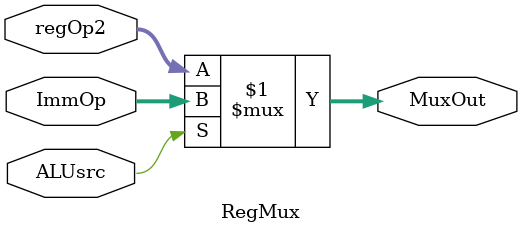
<source format=sv>
module RegMux #(
    parameter DATA_WIDTH = 32
)(
    input logic  [DATA_WIDTH-1:0]   regOp2,
    input logic  [DATA_WIDTH-1:0]   ImmOp,
    input logic                     ALUsrc,
    output logic [DATA_WIDTH-1:0]   MuxOut
);

assign MuxOut = ALUsrc ? ImmOp : regOp2;
endmodule   

</source>
